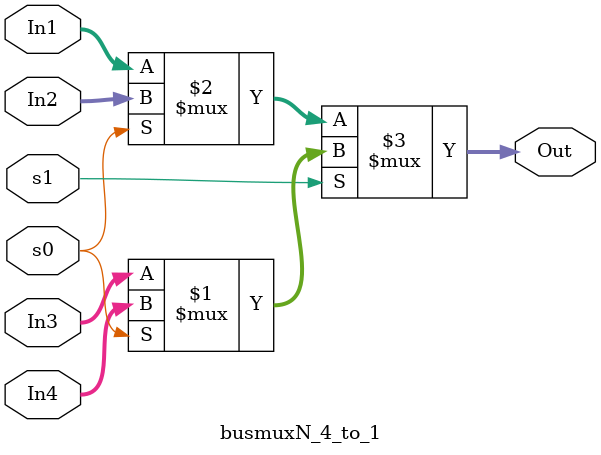
<source format=v>
module busmuxN_4_to_1 #(parameter N = 32) (In1, In2, In3, In4, s1, s0, Out);
	input [N-1:0] In1;
	input [N-1:0] In2;
	input [N-1:0] In3;
	input [N-1:0] In4;
	input s1, s0;
	output [N-1:0] Out;
	
	assign Out = s1 ? (s0 ? In4 : In3) : (s0 ? In2 : In1);
	
endmodule
</source>
